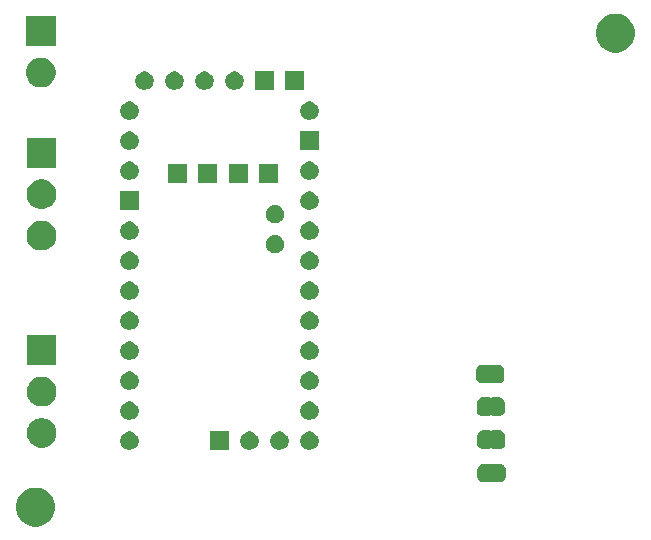
<source format=gbs>
G04 #@! TF.GenerationSoftware,KiCad,Pcbnew,5.1.4-e60b266~84~ubuntu18.04.1*
G04 #@! TF.CreationDate,2019-11-10T18:42:59+01:00*
G04 #@! TF.ProjectId,LoRaModule,4c6f5261-4d6f-4647-956c-652e6b696361,rev?*
G04 #@! TF.SameCoordinates,Original*
G04 #@! TF.FileFunction,Soldermask,Bot*
G04 #@! TF.FilePolarity,Negative*
%FSLAX46Y46*%
G04 Gerber Fmt 4.6, Leading zero omitted, Abs format (unit mm)*
G04 Created by KiCad (PCBNEW 5.1.4-e60b266~84~ubuntu18.04.1) date 2019-11-10 18:42:59*
%MOMM*%
%LPD*%
G04 APERTURE LIST*
%ADD10C,0.100000*%
G04 APERTURE END LIST*
D10*
G36*
X89846756Y-70971798D02*
G01*
X89953079Y-70992947D01*
X90253542Y-71117403D01*
X90523951Y-71298085D01*
X90753915Y-71528049D01*
X90934597Y-71798458D01*
X91059053Y-72098921D01*
X91122500Y-72417891D01*
X91122500Y-72743109D01*
X91059053Y-73062079D01*
X90934597Y-73362542D01*
X90753915Y-73632951D01*
X90523951Y-73862915D01*
X90253542Y-74043597D01*
X89953079Y-74168053D01*
X89846756Y-74189202D01*
X89634111Y-74231500D01*
X89308889Y-74231500D01*
X89096244Y-74189202D01*
X88989921Y-74168053D01*
X88689458Y-74043597D01*
X88419049Y-73862915D01*
X88189085Y-73632951D01*
X88008403Y-73362542D01*
X87883947Y-73062079D01*
X87820500Y-72743109D01*
X87820500Y-72417891D01*
X87883947Y-72098921D01*
X88008403Y-71798458D01*
X88189085Y-71528049D01*
X88419049Y-71298085D01*
X88689458Y-71117403D01*
X88989921Y-70992947D01*
X89096244Y-70971798D01*
X89308889Y-70929500D01*
X89634111Y-70929500D01*
X89846756Y-70971798D01*
X89846756Y-70971798D01*
G37*
G36*
X127941799Y-68897337D02*
G01*
X127951408Y-68900252D01*
X127960272Y-68904990D01*
X127968037Y-68911363D01*
X127978248Y-68923806D01*
X127985178Y-68934175D01*
X128002505Y-68951502D01*
X128022880Y-68965115D01*
X128045520Y-68974491D01*
X128069553Y-68979271D01*
X128094057Y-68979270D01*
X128118090Y-68974488D01*
X128140729Y-68965110D01*
X128161102Y-68951495D01*
X128178429Y-68934168D01*
X128185358Y-68923798D01*
X128195563Y-68911363D01*
X128203328Y-68904990D01*
X128212192Y-68900252D01*
X128221801Y-68897337D01*
X128237940Y-68895748D01*
X128725661Y-68895748D01*
X128743999Y-68897554D01*
X128756250Y-68898156D01*
X128774669Y-68898156D01*
X128796949Y-68900350D01*
X128881033Y-68917076D01*
X128902460Y-68923576D01*
X128981658Y-68956380D01*
X128987103Y-68959291D01*
X128987109Y-68959293D01*
X128995969Y-68964029D01*
X128995973Y-68964032D01*
X129001414Y-68966940D01*
X129072699Y-69014571D01*
X129090004Y-69028772D01*
X129150628Y-69089396D01*
X129164829Y-69106701D01*
X129212460Y-69177986D01*
X129215368Y-69183427D01*
X129215371Y-69183431D01*
X129220107Y-69192291D01*
X129220109Y-69192297D01*
X129223020Y-69197742D01*
X129255824Y-69276940D01*
X129262324Y-69298367D01*
X129279050Y-69382451D01*
X129281244Y-69404731D01*
X129281244Y-69423150D01*
X129281846Y-69435401D01*
X129283652Y-69453739D01*
X129283652Y-69941462D01*
X129281846Y-69959799D01*
X129281244Y-69972050D01*
X129281244Y-69990469D01*
X129279050Y-70012749D01*
X129262324Y-70096833D01*
X129255824Y-70118260D01*
X129223020Y-70197458D01*
X129220109Y-70202903D01*
X129220107Y-70202909D01*
X129215371Y-70211769D01*
X129215368Y-70211773D01*
X129212460Y-70217214D01*
X129164829Y-70288499D01*
X129150628Y-70305804D01*
X129090004Y-70366428D01*
X129072699Y-70380629D01*
X129001414Y-70428260D01*
X128995973Y-70431168D01*
X128995969Y-70431171D01*
X128987109Y-70435907D01*
X128987103Y-70435909D01*
X128981658Y-70438820D01*
X128902460Y-70471624D01*
X128881033Y-70478124D01*
X128796949Y-70494850D01*
X128774669Y-70497044D01*
X128756250Y-70497044D01*
X128743999Y-70497646D01*
X128725662Y-70499452D01*
X128237940Y-70499452D01*
X128221801Y-70497863D01*
X128212192Y-70494948D01*
X128203328Y-70490210D01*
X128195563Y-70483837D01*
X128185352Y-70471394D01*
X128178422Y-70461025D01*
X128161095Y-70443698D01*
X128140720Y-70430085D01*
X128118080Y-70420709D01*
X128094047Y-70415929D01*
X128069543Y-70415930D01*
X128045510Y-70420712D01*
X128022871Y-70430090D01*
X128002498Y-70443705D01*
X127985171Y-70461032D01*
X127978242Y-70471402D01*
X127968037Y-70483837D01*
X127960272Y-70490210D01*
X127951408Y-70494948D01*
X127941799Y-70497863D01*
X127925660Y-70499452D01*
X127437938Y-70499452D01*
X127419601Y-70497646D01*
X127407350Y-70497044D01*
X127388931Y-70497044D01*
X127366651Y-70494850D01*
X127282567Y-70478124D01*
X127261140Y-70471624D01*
X127181942Y-70438820D01*
X127176497Y-70435909D01*
X127176491Y-70435907D01*
X127167631Y-70431171D01*
X127167627Y-70431168D01*
X127162186Y-70428260D01*
X127090901Y-70380629D01*
X127073596Y-70366428D01*
X127012972Y-70305804D01*
X126998771Y-70288499D01*
X126951140Y-70217214D01*
X126948232Y-70211773D01*
X126948229Y-70211769D01*
X126943493Y-70202909D01*
X126943491Y-70202903D01*
X126940580Y-70197458D01*
X126907776Y-70118260D01*
X126901276Y-70096833D01*
X126884550Y-70012749D01*
X126882356Y-69990469D01*
X126882356Y-69972050D01*
X126881754Y-69959799D01*
X126879948Y-69941462D01*
X126879948Y-69453739D01*
X126881754Y-69435401D01*
X126882356Y-69423150D01*
X126882356Y-69404731D01*
X126884550Y-69382451D01*
X126901276Y-69298367D01*
X126907776Y-69276940D01*
X126940580Y-69197742D01*
X126943491Y-69192297D01*
X126943493Y-69192291D01*
X126948229Y-69183431D01*
X126948232Y-69183427D01*
X126951140Y-69177986D01*
X126998771Y-69106701D01*
X127012972Y-69089396D01*
X127073596Y-69028772D01*
X127090901Y-69014571D01*
X127162186Y-68966940D01*
X127167627Y-68964032D01*
X127167631Y-68964029D01*
X127176491Y-68959293D01*
X127176497Y-68959291D01*
X127181942Y-68956380D01*
X127261140Y-68923576D01*
X127282567Y-68917076D01*
X127366651Y-68900350D01*
X127388931Y-68898156D01*
X127407350Y-68898156D01*
X127419601Y-68897554D01*
X127437939Y-68895748D01*
X127925660Y-68895748D01*
X127941799Y-68897337D01*
X127941799Y-68897337D01*
G37*
G36*
X105807700Y-67735800D02*
G01*
X104255700Y-67735800D01*
X104255700Y-66183800D01*
X105807700Y-66183800D01*
X105807700Y-67735800D01*
X105807700Y-67735800D01*
G37*
G36*
X110338048Y-66213620D02*
G01*
X110338050Y-66213621D01*
X110338051Y-66213621D01*
X110479274Y-66272117D01*
X110479277Y-66272119D01*
X110606369Y-66357039D01*
X110714461Y-66465131D01*
X110779889Y-66563051D01*
X110799383Y-66592226D01*
X110857879Y-66733449D01*
X110857880Y-66733452D01*
X110887700Y-66883369D01*
X110887700Y-67036231D01*
X110866485Y-67142889D01*
X110857879Y-67186151D01*
X110799383Y-67327374D01*
X110799381Y-67327377D01*
X110714461Y-67454469D01*
X110606369Y-67562561D01*
X110525633Y-67616507D01*
X110479274Y-67647483D01*
X110338051Y-67705979D01*
X110338050Y-67705979D01*
X110338048Y-67705980D01*
X110188131Y-67735800D01*
X110035269Y-67735800D01*
X109885352Y-67705980D01*
X109885350Y-67705979D01*
X109885349Y-67705979D01*
X109744126Y-67647483D01*
X109697767Y-67616507D01*
X109617031Y-67562561D01*
X109508939Y-67454469D01*
X109424019Y-67327377D01*
X109424017Y-67327374D01*
X109365521Y-67186151D01*
X109356916Y-67142889D01*
X109335700Y-67036231D01*
X109335700Y-66883369D01*
X109365520Y-66733452D01*
X109365521Y-66733449D01*
X109424017Y-66592226D01*
X109443511Y-66563051D01*
X109508939Y-66465131D01*
X109617031Y-66357039D01*
X109744123Y-66272119D01*
X109744126Y-66272117D01*
X109885349Y-66213621D01*
X109885350Y-66213621D01*
X109885352Y-66213620D01*
X110035269Y-66183800D01*
X110188131Y-66183800D01*
X110338048Y-66213620D01*
X110338048Y-66213620D01*
G37*
G36*
X107798048Y-66213620D02*
G01*
X107798050Y-66213621D01*
X107798051Y-66213621D01*
X107939274Y-66272117D01*
X107939277Y-66272119D01*
X108066369Y-66357039D01*
X108174461Y-66465131D01*
X108239889Y-66563051D01*
X108259383Y-66592226D01*
X108317879Y-66733449D01*
X108317880Y-66733452D01*
X108347700Y-66883369D01*
X108347700Y-67036231D01*
X108326485Y-67142889D01*
X108317879Y-67186151D01*
X108259383Y-67327374D01*
X108259381Y-67327377D01*
X108174461Y-67454469D01*
X108066369Y-67562561D01*
X107985633Y-67616507D01*
X107939274Y-67647483D01*
X107798051Y-67705979D01*
X107798050Y-67705979D01*
X107798048Y-67705980D01*
X107648131Y-67735800D01*
X107495269Y-67735800D01*
X107345352Y-67705980D01*
X107345350Y-67705979D01*
X107345349Y-67705979D01*
X107204126Y-67647483D01*
X107157767Y-67616507D01*
X107077031Y-67562561D01*
X106968939Y-67454469D01*
X106884019Y-67327377D01*
X106884017Y-67327374D01*
X106825521Y-67186151D01*
X106816916Y-67142889D01*
X106795700Y-67036231D01*
X106795700Y-66883369D01*
X106825520Y-66733452D01*
X106825521Y-66733449D01*
X106884017Y-66592226D01*
X106903511Y-66563051D01*
X106968939Y-66465131D01*
X107077031Y-66357039D01*
X107204123Y-66272119D01*
X107204126Y-66272117D01*
X107345349Y-66213621D01*
X107345350Y-66213621D01*
X107345352Y-66213620D01*
X107495269Y-66183800D01*
X107648131Y-66183800D01*
X107798048Y-66213620D01*
X107798048Y-66213620D01*
G37*
G36*
X112878048Y-66213620D02*
G01*
X112878050Y-66213621D01*
X112878051Y-66213621D01*
X113019274Y-66272117D01*
X113019277Y-66272119D01*
X113146369Y-66357039D01*
X113254461Y-66465131D01*
X113319889Y-66563051D01*
X113339383Y-66592226D01*
X113397879Y-66733449D01*
X113397880Y-66733452D01*
X113427700Y-66883369D01*
X113427700Y-67036231D01*
X113406485Y-67142889D01*
X113397879Y-67186151D01*
X113339383Y-67327374D01*
X113339381Y-67327377D01*
X113254461Y-67454469D01*
X113146369Y-67562561D01*
X113065633Y-67616507D01*
X113019274Y-67647483D01*
X112878051Y-67705979D01*
X112878050Y-67705979D01*
X112878048Y-67705980D01*
X112728131Y-67735800D01*
X112575269Y-67735800D01*
X112425352Y-67705980D01*
X112425350Y-67705979D01*
X112425349Y-67705979D01*
X112284126Y-67647483D01*
X112237767Y-67616507D01*
X112157031Y-67562561D01*
X112048939Y-67454469D01*
X111964019Y-67327377D01*
X111964017Y-67327374D01*
X111905521Y-67186151D01*
X111896916Y-67142889D01*
X111875700Y-67036231D01*
X111875700Y-66883369D01*
X111905520Y-66733452D01*
X111905521Y-66733449D01*
X111964017Y-66592226D01*
X111983511Y-66563051D01*
X112048939Y-66465131D01*
X112157031Y-66357039D01*
X112284123Y-66272119D01*
X112284126Y-66272117D01*
X112425349Y-66213621D01*
X112425350Y-66213621D01*
X112425352Y-66213620D01*
X112575269Y-66183800D01*
X112728131Y-66183800D01*
X112878048Y-66213620D01*
X112878048Y-66213620D01*
G37*
G36*
X97638048Y-66213620D02*
G01*
X97638050Y-66213621D01*
X97638051Y-66213621D01*
X97779274Y-66272117D01*
X97779277Y-66272119D01*
X97906369Y-66357039D01*
X98014461Y-66465131D01*
X98079889Y-66563051D01*
X98099383Y-66592226D01*
X98157879Y-66733449D01*
X98157880Y-66733452D01*
X98187700Y-66883369D01*
X98187700Y-67036231D01*
X98166485Y-67142889D01*
X98157879Y-67186151D01*
X98099383Y-67327374D01*
X98099381Y-67327377D01*
X98014461Y-67454469D01*
X97906369Y-67562561D01*
X97825633Y-67616507D01*
X97779274Y-67647483D01*
X97638051Y-67705979D01*
X97638050Y-67705979D01*
X97638048Y-67705980D01*
X97488131Y-67735800D01*
X97335269Y-67735800D01*
X97185352Y-67705980D01*
X97185350Y-67705979D01*
X97185349Y-67705979D01*
X97044126Y-67647483D01*
X96997767Y-67616507D01*
X96917031Y-67562561D01*
X96808939Y-67454469D01*
X96724019Y-67327377D01*
X96724017Y-67327374D01*
X96665521Y-67186151D01*
X96656916Y-67142889D01*
X96635700Y-67036231D01*
X96635700Y-66883369D01*
X96665520Y-66733452D01*
X96665521Y-66733449D01*
X96724017Y-66592226D01*
X96743511Y-66563051D01*
X96808939Y-66465131D01*
X96917031Y-66357039D01*
X97044123Y-66272119D01*
X97044126Y-66272117D01*
X97185349Y-66213621D01*
X97185350Y-66213621D01*
X97185352Y-66213620D01*
X97335269Y-66183800D01*
X97488131Y-66183800D01*
X97638048Y-66213620D01*
X97638048Y-66213620D01*
G37*
G36*
X127901399Y-66077937D02*
G01*
X127911008Y-66080852D01*
X127919872Y-66085590D01*
X127927637Y-66091963D01*
X127937848Y-66104406D01*
X127944778Y-66114775D01*
X127962105Y-66132102D01*
X127982480Y-66145715D01*
X128005120Y-66155091D01*
X128029153Y-66159871D01*
X128053657Y-66159870D01*
X128077690Y-66155088D01*
X128100329Y-66145710D01*
X128120702Y-66132095D01*
X128138029Y-66114768D01*
X128144958Y-66104398D01*
X128155163Y-66091963D01*
X128162928Y-66085590D01*
X128171792Y-66080852D01*
X128181401Y-66077937D01*
X128197540Y-66076348D01*
X128685261Y-66076348D01*
X128703599Y-66078154D01*
X128715850Y-66078756D01*
X128734269Y-66078756D01*
X128756549Y-66080950D01*
X128840633Y-66097676D01*
X128862060Y-66104176D01*
X128941258Y-66136980D01*
X128946703Y-66139891D01*
X128946709Y-66139893D01*
X128955569Y-66144629D01*
X128955573Y-66144632D01*
X128961014Y-66147540D01*
X129032299Y-66195171D01*
X129049604Y-66209372D01*
X129110228Y-66269996D01*
X129124429Y-66287301D01*
X129172060Y-66358586D01*
X129174968Y-66364027D01*
X129174971Y-66364031D01*
X129179707Y-66372891D01*
X129179709Y-66372897D01*
X129182620Y-66378342D01*
X129215424Y-66457540D01*
X129221924Y-66478967D01*
X129238650Y-66563051D01*
X129240844Y-66585331D01*
X129240844Y-66603750D01*
X129241446Y-66616001D01*
X129243252Y-66634339D01*
X129243252Y-67122062D01*
X129241446Y-67140399D01*
X129240844Y-67152650D01*
X129240844Y-67171069D01*
X129238650Y-67193349D01*
X129221924Y-67277433D01*
X129215424Y-67298860D01*
X129182620Y-67378058D01*
X129179709Y-67383503D01*
X129179707Y-67383509D01*
X129174971Y-67392369D01*
X129174968Y-67392373D01*
X129172060Y-67397814D01*
X129124429Y-67469099D01*
X129110228Y-67486404D01*
X129049604Y-67547028D01*
X129032299Y-67561229D01*
X128961014Y-67608860D01*
X128955573Y-67611768D01*
X128955569Y-67611771D01*
X128946709Y-67616507D01*
X128946703Y-67616509D01*
X128941258Y-67619420D01*
X128862060Y-67652224D01*
X128840633Y-67658724D01*
X128756549Y-67675450D01*
X128734269Y-67677644D01*
X128715850Y-67677644D01*
X128703599Y-67678246D01*
X128685262Y-67680052D01*
X128197540Y-67680052D01*
X128181401Y-67678463D01*
X128171792Y-67675548D01*
X128162928Y-67670810D01*
X128155163Y-67664437D01*
X128144952Y-67651994D01*
X128138022Y-67641625D01*
X128120695Y-67624298D01*
X128100320Y-67610685D01*
X128077680Y-67601309D01*
X128053647Y-67596529D01*
X128029143Y-67596530D01*
X128005110Y-67601312D01*
X127982471Y-67610690D01*
X127962098Y-67624305D01*
X127944771Y-67641632D01*
X127937842Y-67652002D01*
X127927637Y-67664437D01*
X127919872Y-67670810D01*
X127911008Y-67675548D01*
X127901399Y-67678463D01*
X127885260Y-67680052D01*
X127397538Y-67680052D01*
X127379201Y-67678246D01*
X127366950Y-67677644D01*
X127348531Y-67677644D01*
X127326251Y-67675450D01*
X127242167Y-67658724D01*
X127220740Y-67652224D01*
X127141542Y-67619420D01*
X127136097Y-67616509D01*
X127136091Y-67616507D01*
X127127231Y-67611771D01*
X127127227Y-67611768D01*
X127121786Y-67608860D01*
X127050501Y-67561229D01*
X127033196Y-67547028D01*
X126972572Y-67486404D01*
X126958371Y-67469099D01*
X126910740Y-67397814D01*
X126907832Y-67392373D01*
X126907829Y-67392369D01*
X126903093Y-67383509D01*
X126903091Y-67383503D01*
X126900180Y-67378058D01*
X126867376Y-67298860D01*
X126860876Y-67277433D01*
X126844150Y-67193349D01*
X126841956Y-67171069D01*
X126841956Y-67152650D01*
X126841354Y-67140399D01*
X126839548Y-67122062D01*
X126839548Y-66634339D01*
X126841354Y-66616001D01*
X126841956Y-66603750D01*
X126841956Y-66585331D01*
X126844150Y-66563051D01*
X126860876Y-66478967D01*
X126867376Y-66457540D01*
X126900180Y-66378342D01*
X126903091Y-66372897D01*
X126903093Y-66372891D01*
X126907829Y-66364031D01*
X126907832Y-66364027D01*
X126910740Y-66358586D01*
X126958371Y-66287301D01*
X126972572Y-66269996D01*
X127033196Y-66209372D01*
X127050501Y-66195171D01*
X127121786Y-66147540D01*
X127127227Y-66144632D01*
X127127231Y-66144629D01*
X127136091Y-66139893D01*
X127136097Y-66139891D01*
X127141542Y-66136980D01*
X127220740Y-66104176D01*
X127242167Y-66097676D01*
X127326251Y-66080950D01*
X127348531Y-66078756D01*
X127366950Y-66078756D01*
X127379201Y-66078154D01*
X127397539Y-66076348D01*
X127885260Y-66076348D01*
X127901399Y-66077937D01*
X127901399Y-66077937D01*
G37*
G36*
X90344403Y-65098575D02*
G01*
X90507134Y-65165980D01*
X90572071Y-65192878D01*
X90776966Y-65329785D01*
X90951215Y-65504034D01*
X90951216Y-65504036D01*
X91088123Y-65708931D01*
X91182425Y-65936597D01*
X91230500Y-66178286D01*
X91230500Y-66424714D01*
X91198551Y-66585331D01*
X91182425Y-66666403D01*
X91088122Y-66894071D01*
X90951215Y-67098966D01*
X90776966Y-67273215D01*
X90572071Y-67410122D01*
X90572070Y-67410123D01*
X90572069Y-67410123D01*
X90344403Y-67504425D01*
X90102714Y-67552500D01*
X89856286Y-67552500D01*
X89614597Y-67504425D01*
X89386931Y-67410123D01*
X89386930Y-67410123D01*
X89386929Y-67410122D01*
X89182034Y-67273215D01*
X89007785Y-67098966D01*
X88870878Y-66894071D01*
X88776575Y-66666403D01*
X88760449Y-66585331D01*
X88728500Y-66424714D01*
X88728500Y-66178286D01*
X88776575Y-65936597D01*
X88870877Y-65708931D01*
X89007784Y-65504036D01*
X89007785Y-65504034D01*
X89182034Y-65329785D01*
X89386929Y-65192878D01*
X89451867Y-65165980D01*
X89614597Y-65098575D01*
X89856286Y-65050500D01*
X90102714Y-65050500D01*
X90344403Y-65098575D01*
X90344403Y-65098575D01*
G37*
G36*
X97638048Y-63673620D02*
G01*
X97638050Y-63673621D01*
X97638051Y-63673621D01*
X97779274Y-63732117D01*
X97779277Y-63732119D01*
X97906369Y-63817039D01*
X98014461Y-63925131D01*
X98067443Y-64004425D01*
X98099383Y-64052226D01*
X98099496Y-64052500D01*
X98157880Y-64193452D01*
X98187700Y-64343369D01*
X98187700Y-64496231D01*
X98166301Y-64603814D01*
X98157879Y-64646151D01*
X98099383Y-64787374D01*
X98099381Y-64787377D01*
X98014461Y-64914469D01*
X97906369Y-65022561D01*
X97864555Y-65050500D01*
X97779274Y-65107483D01*
X97638051Y-65165979D01*
X97638050Y-65165979D01*
X97638048Y-65165980D01*
X97488131Y-65195800D01*
X97335269Y-65195800D01*
X97185352Y-65165980D01*
X97185350Y-65165979D01*
X97185349Y-65165979D01*
X97044126Y-65107483D01*
X96958845Y-65050500D01*
X96917031Y-65022561D01*
X96808939Y-64914469D01*
X96724019Y-64787377D01*
X96724017Y-64787374D01*
X96665521Y-64646151D01*
X96657100Y-64603814D01*
X96635700Y-64496231D01*
X96635700Y-64343369D01*
X96665520Y-64193452D01*
X96723904Y-64052500D01*
X96724017Y-64052226D01*
X96755957Y-64004425D01*
X96808939Y-63925131D01*
X96917031Y-63817039D01*
X97044123Y-63732119D01*
X97044126Y-63732117D01*
X97185349Y-63673621D01*
X97185350Y-63673621D01*
X97185352Y-63673620D01*
X97335269Y-63643800D01*
X97488131Y-63643800D01*
X97638048Y-63673620D01*
X97638048Y-63673620D01*
G37*
G36*
X112878048Y-63673620D02*
G01*
X112878050Y-63673621D01*
X112878051Y-63673621D01*
X113019274Y-63732117D01*
X113019277Y-63732119D01*
X113146369Y-63817039D01*
X113254461Y-63925131D01*
X113307443Y-64004425D01*
X113339383Y-64052226D01*
X113339496Y-64052500D01*
X113397880Y-64193452D01*
X113427700Y-64343369D01*
X113427700Y-64496231D01*
X113406301Y-64603814D01*
X113397879Y-64646151D01*
X113339383Y-64787374D01*
X113339381Y-64787377D01*
X113254461Y-64914469D01*
X113146369Y-65022561D01*
X113104555Y-65050500D01*
X113019274Y-65107483D01*
X112878051Y-65165979D01*
X112878050Y-65165979D01*
X112878048Y-65165980D01*
X112728131Y-65195800D01*
X112575269Y-65195800D01*
X112425352Y-65165980D01*
X112425350Y-65165979D01*
X112425349Y-65165979D01*
X112284126Y-65107483D01*
X112198845Y-65050500D01*
X112157031Y-65022561D01*
X112048939Y-64914469D01*
X111964019Y-64787377D01*
X111964017Y-64787374D01*
X111905521Y-64646151D01*
X111897100Y-64603814D01*
X111875700Y-64496231D01*
X111875700Y-64343369D01*
X111905520Y-64193452D01*
X111963904Y-64052500D01*
X111964017Y-64052226D01*
X111995957Y-64004425D01*
X112048939Y-63925131D01*
X112157031Y-63817039D01*
X112284123Y-63732119D01*
X112284126Y-63732117D01*
X112425349Y-63673621D01*
X112425350Y-63673621D01*
X112425352Y-63673620D01*
X112575269Y-63643800D01*
X112728131Y-63643800D01*
X112878048Y-63673620D01*
X112878048Y-63673620D01*
G37*
G36*
X127875999Y-63283937D02*
G01*
X127885608Y-63286852D01*
X127894472Y-63291590D01*
X127902237Y-63297963D01*
X127912448Y-63310406D01*
X127919378Y-63320775D01*
X127936705Y-63338102D01*
X127957080Y-63351715D01*
X127979720Y-63361091D01*
X128003753Y-63365871D01*
X128028257Y-63365870D01*
X128052290Y-63361088D01*
X128074929Y-63351710D01*
X128095302Y-63338095D01*
X128112629Y-63320768D01*
X128119558Y-63310398D01*
X128129763Y-63297963D01*
X128137528Y-63291590D01*
X128146392Y-63286852D01*
X128156001Y-63283937D01*
X128172140Y-63282348D01*
X128659861Y-63282348D01*
X128678199Y-63284154D01*
X128690450Y-63284756D01*
X128708869Y-63284756D01*
X128731149Y-63286950D01*
X128815233Y-63303676D01*
X128836660Y-63310176D01*
X128915858Y-63342980D01*
X128921303Y-63345891D01*
X128921309Y-63345893D01*
X128930169Y-63350629D01*
X128930173Y-63350632D01*
X128935614Y-63353540D01*
X129006899Y-63401171D01*
X129024204Y-63415372D01*
X129084828Y-63475996D01*
X129099029Y-63493301D01*
X129146660Y-63564586D01*
X129149568Y-63570027D01*
X129149571Y-63570031D01*
X129154307Y-63578891D01*
X129154309Y-63578897D01*
X129157220Y-63584342D01*
X129190024Y-63663540D01*
X129196524Y-63684967D01*
X129213250Y-63769051D01*
X129215444Y-63791331D01*
X129215444Y-63809750D01*
X129216046Y-63822001D01*
X129217852Y-63840339D01*
X129217852Y-64328062D01*
X129216046Y-64346399D01*
X129215444Y-64358650D01*
X129215444Y-64377069D01*
X129213250Y-64399349D01*
X129196524Y-64483433D01*
X129190024Y-64504860D01*
X129157220Y-64584058D01*
X129154309Y-64589503D01*
X129154307Y-64589509D01*
X129149571Y-64598369D01*
X129149568Y-64598373D01*
X129146660Y-64603814D01*
X129099029Y-64675099D01*
X129084828Y-64692404D01*
X129024204Y-64753028D01*
X129006899Y-64767229D01*
X128935614Y-64814860D01*
X128930173Y-64817768D01*
X128930169Y-64817771D01*
X128921309Y-64822507D01*
X128921303Y-64822509D01*
X128915858Y-64825420D01*
X128836660Y-64858224D01*
X128815233Y-64864724D01*
X128731149Y-64881450D01*
X128708869Y-64883644D01*
X128690450Y-64883644D01*
X128678199Y-64884246D01*
X128659862Y-64886052D01*
X128172140Y-64886052D01*
X128156001Y-64884463D01*
X128146392Y-64881548D01*
X128137528Y-64876810D01*
X128129763Y-64870437D01*
X128119552Y-64857994D01*
X128112622Y-64847625D01*
X128095295Y-64830298D01*
X128074920Y-64816685D01*
X128052280Y-64807309D01*
X128028247Y-64802529D01*
X128003743Y-64802530D01*
X127979710Y-64807312D01*
X127957071Y-64816690D01*
X127936698Y-64830305D01*
X127919371Y-64847632D01*
X127912442Y-64858002D01*
X127902237Y-64870437D01*
X127894472Y-64876810D01*
X127885608Y-64881548D01*
X127875999Y-64884463D01*
X127859860Y-64886052D01*
X127372138Y-64886052D01*
X127353801Y-64884246D01*
X127341550Y-64883644D01*
X127323131Y-64883644D01*
X127300851Y-64881450D01*
X127216767Y-64864724D01*
X127195340Y-64858224D01*
X127116142Y-64825420D01*
X127110697Y-64822509D01*
X127110691Y-64822507D01*
X127101831Y-64817771D01*
X127101827Y-64817768D01*
X127096386Y-64814860D01*
X127025101Y-64767229D01*
X127007796Y-64753028D01*
X126947172Y-64692404D01*
X126932971Y-64675099D01*
X126885340Y-64603814D01*
X126882432Y-64598373D01*
X126882429Y-64598369D01*
X126877693Y-64589509D01*
X126877691Y-64589503D01*
X126874780Y-64584058D01*
X126841976Y-64504860D01*
X126835476Y-64483433D01*
X126818750Y-64399349D01*
X126816556Y-64377069D01*
X126816556Y-64358650D01*
X126815954Y-64346399D01*
X126814148Y-64328062D01*
X126814148Y-63840339D01*
X126815954Y-63822001D01*
X126816556Y-63809750D01*
X126816556Y-63791331D01*
X126818750Y-63769051D01*
X126835476Y-63684967D01*
X126841976Y-63663540D01*
X126874780Y-63584342D01*
X126877691Y-63578897D01*
X126877693Y-63578891D01*
X126882429Y-63570031D01*
X126882432Y-63570027D01*
X126885340Y-63564586D01*
X126932971Y-63493301D01*
X126947172Y-63475996D01*
X127007796Y-63415372D01*
X127025101Y-63401171D01*
X127096386Y-63353540D01*
X127101827Y-63350632D01*
X127101831Y-63350629D01*
X127110691Y-63345893D01*
X127110697Y-63345891D01*
X127116142Y-63342980D01*
X127195340Y-63310176D01*
X127216767Y-63303676D01*
X127300851Y-63286950D01*
X127323131Y-63284756D01*
X127341550Y-63284756D01*
X127353801Y-63284154D01*
X127372139Y-63282348D01*
X127859860Y-63282348D01*
X127875999Y-63283937D01*
X127875999Y-63283937D01*
G37*
G36*
X90228890Y-61575598D02*
G01*
X90344403Y-61598575D01*
X90572071Y-61692878D01*
X90776966Y-61829785D01*
X90951215Y-62004034D01*
X91088122Y-62208929D01*
X91088123Y-62208931D01*
X91182425Y-62436597D01*
X91230500Y-62678286D01*
X91230500Y-62924714D01*
X91182425Y-63166403D01*
X91104911Y-63353540D01*
X91088122Y-63394071D01*
X90951215Y-63598966D01*
X90776966Y-63773215D01*
X90572071Y-63910122D01*
X90572070Y-63910123D01*
X90572069Y-63910123D01*
X90344403Y-64004425D01*
X90102714Y-64052500D01*
X89856286Y-64052500D01*
X89614597Y-64004425D01*
X89386931Y-63910123D01*
X89386930Y-63910123D01*
X89386929Y-63910122D01*
X89182034Y-63773215D01*
X89007785Y-63598966D01*
X88870878Y-63394071D01*
X88854090Y-63353540D01*
X88776575Y-63166403D01*
X88728500Y-62924714D01*
X88728500Y-62678286D01*
X88776575Y-62436597D01*
X88870877Y-62208931D01*
X88870878Y-62208929D01*
X89007785Y-62004034D01*
X89182034Y-61829785D01*
X89386929Y-61692878D01*
X89614597Y-61598575D01*
X89730110Y-61575598D01*
X89856286Y-61550500D01*
X90102714Y-61550500D01*
X90228890Y-61575598D01*
X90228890Y-61575598D01*
G37*
G36*
X112878048Y-61133620D02*
G01*
X112878050Y-61133621D01*
X112878051Y-61133621D01*
X113019274Y-61192117D01*
X113019277Y-61192119D01*
X113146369Y-61277039D01*
X113254461Y-61385131D01*
X113339381Y-61512223D01*
X113339383Y-61512226D01*
X113381791Y-61614609D01*
X113397880Y-61653452D01*
X113427700Y-61803369D01*
X113427700Y-61956231D01*
X113398738Y-62101837D01*
X113397879Y-62106151D01*
X113339383Y-62247374D01*
X113339381Y-62247377D01*
X113254461Y-62374469D01*
X113146369Y-62482561D01*
X113019277Y-62567481D01*
X113019274Y-62567483D01*
X112878051Y-62625979D01*
X112878050Y-62625979D01*
X112878048Y-62625980D01*
X112728131Y-62655800D01*
X112575269Y-62655800D01*
X112425352Y-62625980D01*
X112425350Y-62625979D01*
X112425349Y-62625979D01*
X112284126Y-62567483D01*
X112284123Y-62567481D01*
X112157031Y-62482561D01*
X112048939Y-62374469D01*
X111964019Y-62247377D01*
X111964017Y-62247374D01*
X111905521Y-62106151D01*
X111904663Y-62101837D01*
X111875700Y-61956231D01*
X111875700Y-61803369D01*
X111905520Y-61653452D01*
X111921609Y-61614609D01*
X111964017Y-61512226D01*
X111964019Y-61512223D01*
X112048939Y-61385131D01*
X112157031Y-61277039D01*
X112284123Y-61192119D01*
X112284126Y-61192117D01*
X112425349Y-61133621D01*
X112425350Y-61133621D01*
X112425352Y-61133620D01*
X112575269Y-61103800D01*
X112728131Y-61103800D01*
X112878048Y-61133620D01*
X112878048Y-61133620D01*
G37*
G36*
X97638048Y-61133620D02*
G01*
X97638050Y-61133621D01*
X97638051Y-61133621D01*
X97779274Y-61192117D01*
X97779277Y-61192119D01*
X97906369Y-61277039D01*
X98014461Y-61385131D01*
X98099381Y-61512223D01*
X98099383Y-61512226D01*
X98141791Y-61614609D01*
X98157880Y-61653452D01*
X98187700Y-61803369D01*
X98187700Y-61956231D01*
X98158738Y-62101837D01*
X98157879Y-62106151D01*
X98099383Y-62247374D01*
X98099381Y-62247377D01*
X98014461Y-62374469D01*
X97906369Y-62482561D01*
X97779277Y-62567481D01*
X97779274Y-62567483D01*
X97638051Y-62625979D01*
X97638050Y-62625979D01*
X97638048Y-62625980D01*
X97488131Y-62655800D01*
X97335269Y-62655800D01*
X97185352Y-62625980D01*
X97185350Y-62625979D01*
X97185349Y-62625979D01*
X97044126Y-62567483D01*
X97044123Y-62567481D01*
X96917031Y-62482561D01*
X96808939Y-62374469D01*
X96724019Y-62247377D01*
X96724017Y-62247374D01*
X96665521Y-62106151D01*
X96664663Y-62101837D01*
X96635700Y-61956231D01*
X96635700Y-61803369D01*
X96665520Y-61653452D01*
X96681609Y-61614609D01*
X96724017Y-61512226D01*
X96724019Y-61512223D01*
X96808939Y-61385131D01*
X96917031Y-61277039D01*
X97044123Y-61192119D01*
X97044126Y-61192117D01*
X97185349Y-61133621D01*
X97185350Y-61133621D01*
X97185352Y-61133620D01*
X97335269Y-61103800D01*
X97488131Y-61103800D01*
X97638048Y-61133620D01*
X97638048Y-61133620D01*
G37*
G36*
X127825199Y-60515337D02*
G01*
X127834808Y-60518252D01*
X127843672Y-60522990D01*
X127851437Y-60529363D01*
X127861648Y-60541806D01*
X127868578Y-60552175D01*
X127885905Y-60569502D01*
X127906280Y-60583115D01*
X127928920Y-60592491D01*
X127952953Y-60597271D01*
X127977457Y-60597270D01*
X128001490Y-60592488D01*
X128024129Y-60583110D01*
X128044502Y-60569495D01*
X128061829Y-60552168D01*
X128068758Y-60541798D01*
X128078963Y-60529363D01*
X128086728Y-60522990D01*
X128095592Y-60518252D01*
X128105201Y-60515337D01*
X128121340Y-60513748D01*
X128609061Y-60513748D01*
X128627399Y-60515554D01*
X128639650Y-60516156D01*
X128658069Y-60516156D01*
X128680349Y-60518350D01*
X128764433Y-60535076D01*
X128785860Y-60541576D01*
X128865058Y-60574380D01*
X128870503Y-60577291D01*
X128870509Y-60577293D01*
X128879369Y-60582029D01*
X128879373Y-60582032D01*
X128884814Y-60584940D01*
X128956099Y-60632571D01*
X128973404Y-60646772D01*
X129034028Y-60707396D01*
X129048229Y-60724701D01*
X129095860Y-60795986D01*
X129098768Y-60801427D01*
X129098771Y-60801431D01*
X129103507Y-60810291D01*
X129103509Y-60810297D01*
X129106420Y-60815742D01*
X129139224Y-60894940D01*
X129145724Y-60916367D01*
X129162450Y-61000451D01*
X129164644Y-61022731D01*
X129164644Y-61041150D01*
X129165246Y-61053401D01*
X129167052Y-61071739D01*
X129167052Y-61559462D01*
X129165246Y-61577799D01*
X129164644Y-61590050D01*
X129164644Y-61608469D01*
X129162450Y-61630749D01*
X129145724Y-61714833D01*
X129139224Y-61736260D01*
X129106420Y-61815458D01*
X129103509Y-61820903D01*
X129103507Y-61820909D01*
X129098771Y-61829769D01*
X129098768Y-61829773D01*
X129095860Y-61835214D01*
X129048229Y-61906499D01*
X129034028Y-61923804D01*
X128973404Y-61984428D01*
X128956099Y-61998629D01*
X128884814Y-62046260D01*
X128879373Y-62049168D01*
X128879369Y-62049171D01*
X128870509Y-62053907D01*
X128870503Y-62053909D01*
X128865058Y-62056820D01*
X128785860Y-62089624D01*
X128764433Y-62096124D01*
X128680349Y-62112850D01*
X128658069Y-62115044D01*
X128639650Y-62115044D01*
X128627399Y-62115646D01*
X128609062Y-62117452D01*
X128121340Y-62117452D01*
X128105201Y-62115863D01*
X128095592Y-62112948D01*
X128086728Y-62108210D01*
X128078963Y-62101837D01*
X128068752Y-62089394D01*
X128061822Y-62079025D01*
X128044495Y-62061698D01*
X128024120Y-62048085D01*
X128001480Y-62038709D01*
X127977447Y-62033929D01*
X127952943Y-62033930D01*
X127928910Y-62038712D01*
X127906271Y-62048090D01*
X127885898Y-62061705D01*
X127868571Y-62079032D01*
X127861642Y-62089402D01*
X127851437Y-62101837D01*
X127843672Y-62108210D01*
X127834808Y-62112948D01*
X127825199Y-62115863D01*
X127809060Y-62117452D01*
X127321338Y-62117452D01*
X127303001Y-62115646D01*
X127290750Y-62115044D01*
X127272331Y-62115044D01*
X127250051Y-62112850D01*
X127165967Y-62096124D01*
X127144540Y-62089624D01*
X127065342Y-62056820D01*
X127059897Y-62053909D01*
X127059891Y-62053907D01*
X127051031Y-62049171D01*
X127051027Y-62049168D01*
X127045586Y-62046260D01*
X126974301Y-61998629D01*
X126956996Y-61984428D01*
X126896372Y-61923804D01*
X126882171Y-61906499D01*
X126834540Y-61835214D01*
X126831632Y-61829773D01*
X126831629Y-61829769D01*
X126826893Y-61820909D01*
X126826891Y-61820903D01*
X126823980Y-61815458D01*
X126791176Y-61736260D01*
X126784676Y-61714833D01*
X126767950Y-61630749D01*
X126765756Y-61608469D01*
X126765756Y-61590050D01*
X126765154Y-61577799D01*
X126763348Y-61559462D01*
X126763348Y-61071739D01*
X126765154Y-61053401D01*
X126765756Y-61041150D01*
X126765756Y-61022731D01*
X126767950Y-61000451D01*
X126784676Y-60916367D01*
X126791176Y-60894940D01*
X126823980Y-60815742D01*
X126826891Y-60810297D01*
X126826893Y-60810291D01*
X126831629Y-60801431D01*
X126831632Y-60801427D01*
X126834540Y-60795986D01*
X126882171Y-60724701D01*
X126896372Y-60707396D01*
X126956996Y-60646772D01*
X126974301Y-60632571D01*
X127045586Y-60584940D01*
X127051027Y-60582032D01*
X127051031Y-60582029D01*
X127059891Y-60577293D01*
X127059897Y-60577291D01*
X127065342Y-60574380D01*
X127144540Y-60541576D01*
X127165967Y-60535076D01*
X127250051Y-60518350D01*
X127272331Y-60516156D01*
X127290750Y-60516156D01*
X127303001Y-60515554D01*
X127321339Y-60513748D01*
X127809060Y-60513748D01*
X127825199Y-60515337D01*
X127825199Y-60515337D01*
G37*
G36*
X91230500Y-60552500D02*
G01*
X88728500Y-60552500D01*
X88728500Y-58050500D01*
X91230500Y-58050500D01*
X91230500Y-60552500D01*
X91230500Y-60552500D01*
G37*
G36*
X97638048Y-58593620D02*
G01*
X97638050Y-58593621D01*
X97638051Y-58593621D01*
X97779274Y-58652117D01*
X97779277Y-58652119D01*
X97906369Y-58737039D01*
X98014461Y-58845131D01*
X98099381Y-58972223D01*
X98099383Y-58972226D01*
X98157879Y-59113449D01*
X98187700Y-59263371D01*
X98187700Y-59416229D01*
X98157879Y-59566151D01*
X98099383Y-59707374D01*
X98099381Y-59707377D01*
X98014461Y-59834469D01*
X97906369Y-59942561D01*
X97779277Y-60027481D01*
X97779274Y-60027483D01*
X97638051Y-60085979D01*
X97638050Y-60085979D01*
X97638048Y-60085980D01*
X97488131Y-60115800D01*
X97335269Y-60115800D01*
X97185352Y-60085980D01*
X97185350Y-60085979D01*
X97185349Y-60085979D01*
X97044126Y-60027483D01*
X97044123Y-60027481D01*
X96917031Y-59942561D01*
X96808939Y-59834469D01*
X96724019Y-59707377D01*
X96724017Y-59707374D01*
X96665521Y-59566151D01*
X96635700Y-59416229D01*
X96635700Y-59263371D01*
X96665521Y-59113449D01*
X96724017Y-58972226D01*
X96724019Y-58972223D01*
X96808939Y-58845131D01*
X96917031Y-58737039D01*
X97044123Y-58652119D01*
X97044126Y-58652117D01*
X97185349Y-58593621D01*
X97185350Y-58593621D01*
X97185352Y-58593620D01*
X97335269Y-58563800D01*
X97488131Y-58563800D01*
X97638048Y-58593620D01*
X97638048Y-58593620D01*
G37*
G36*
X112878048Y-58593620D02*
G01*
X112878050Y-58593621D01*
X112878051Y-58593621D01*
X113019274Y-58652117D01*
X113019277Y-58652119D01*
X113146369Y-58737039D01*
X113254461Y-58845131D01*
X113339381Y-58972223D01*
X113339383Y-58972226D01*
X113397879Y-59113449D01*
X113427700Y-59263371D01*
X113427700Y-59416229D01*
X113397879Y-59566151D01*
X113339383Y-59707374D01*
X113339381Y-59707377D01*
X113254461Y-59834469D01*
X113146369Y-59942561D01*
X113019277Y-60027481D01*
X113019274Y-60027483D01*
X112878051Y-60085979D01*
X112878050Y-60085979D01*
X112878048Y-60085980D01*
X112728131Y-60115800D01*
X112575269Y-60115800D01*
X112425352Y-60085980D01*
X112425350Y-60085979D01*
X112425349Y-60085979D01*
X112284126Y-60027483D01*
X112284123Y-60027481D01*
X112157031Y-59942561D01*
X112048939Y-59834469D01*
X111964019Y-59707377D01*
X111964017Y-59707374D01*
X111905521Y-59566151D01*
X111875700Y-59416229D01*
X111875700Y-59263371D01*
X111905521Y-59113449D01*
X111964017Y-58972226D01*
X111964019Y-58972223D01*
X112048939Y-58845131D01*
X112157031Y-58737039D01*
X112284123Y-58652119D01*
X112284126Y-58652117D01*
X112425349Y-58593621D01*
X112425350Y-58593621D01*
X112425352Y-58593620D01*
X112575269Y-58563800D01*
X112728131Y-58563800D01*
X112878048Y-58593620D01*
X112878048Y-58593620D01*
G37*
G36*
X97638048Y-56053620D02*
G01*
X97638050Y-56053621D01*
X97638051Y-56053621D01*
X97779274Y-56112117D01*
X97779277Y-56112119D01*
X97906369Y-56197039D01*
X98014461Y-56305131D01*
X98099381Y-56432223D01*
X98099383Y-56432226D01*
X98157879Y-56573449D01*
X98187700Y-56723371D01*
X98187700Y-56876229D01*
X98157879Y-57026151D01*
X98099383Y-57167374D01*
X98099381Y-57167377D01*
X98014461Y-57294469D01*
X97906369Y-57402561D01*
X97779277Y-57487481D01*
X97779274Y-57487483D01*
X97638051Y-57545979D01*
X97638050Y-57545979D01*
X97638048Y-57545980D01*
X97488131Y-57575800D01*
X97335269Y-57575800D01*
X97185352Y-57545980D01*
X97185350Y-57545979D01*
X97185349Y-57545979D01*
X97044126Y-57487483D01*
X97044123Y-57487481D01*
X96917031Y-57402561D01*
X96808939Y-57294469D01*
X96724019Y-57167377D01*
X96724017Y-57167374D01*
X96665521Y-57026151D01*
X96635700Y-56876229D01*
X96635700Y-56723371D01*
X96665521Y-56573449D01*
X96724017Y-56432226D01*
X96724019Y-56432223D01*
X96808939Y-56305131D01*
X96917031Y-56197039D01*
X97044123Y-56112119D01*
X97044126Y-56112117D01*
X97185349Y-56053621D01*
X97185350Y-56053621D01*
X97185352Y-56053620D01*
X97335269Y-56023800D01*
X97488131Y-56023800D01*
X97638048Y-56053620D01*
X97638048Y-56053620D01*
G37*
G36*
X112878048Y-56053620D02*
G01*
X112878050Y-56053621D01*
X112878051Y-56053621D01*
X113019274Y-56112117D01*
X113019277Y-56112119D01*
X113146369Y-56197039D01*
X113254461Y-56305131D01*
X113339381Y-56432223D01*
X113339383Y-56432226D01*
X113397879Y-56573449D01*
X113427700Y-56723371D01*
X113427700Y-56876229D01*
X113397879Y-57026151D01*
X113339383Y-57167374D01*
X113339381Y-57167377D01*
X113254461Y-57294469D01*
X113146369Y-57402561D01*
X113019277Y-57487481D01*
X113019274Y-57487483D01*
X112878051Y-57545979D01*
X112878050Y-57545979D01*
X112878048Y-57545980D01*
X112728131Y-57575800D01*
X112575269Y-57575800D01*
X112425352Y-57545980D01*
X112425350Y-57545979D01*
X112425349Y-57545979D01*
X112284126Y-57487483D01*
X112284123Y-57487481D01*
X112157031Y-57402561D01*
X112048939Y-57294469D01*
X111964019Y-57167377D01*
X111964017Y-57167374D01*
X111905521Y-57026151D01*
X111875700Y-56876229D01*
X111875700Y-56723371D01*
X111905521Y-56573449D01*
X111964017Y-56432226D01*
X111964019Y-56432223D01*
X112048939Y-56305131D01*
X112157031Y-56197039D01*
X112284123Y-56112119D01*
X112284126Y-56112117D01*
X112425349Y-56053621D01*
X112425350Y-56053621D01*
X112425352Y-56053620D01*
X112575269Y-56023800D01*
X112728131Y-56023800D01*
X112878048Y-56053620D01*
X112878048Y-56053620D01*
G37*
G36*
X112878048Y-53513620D02*
G01*
X112878050Y-53513621D01*
X112878051Y-53513621D01*
X113019274Y-53572117D01*
X113019277Y-53572119D01*
X113146369Y-53657039D01*
X113254461Y-53765131D01*
X113339381Y-53892223D01*
X113339383Y-53892226D01*
X113397879Y-54033449D01*
X113427700Y-54183371D01*
X113427700Y-54336229D01*
X113397879Y-54486151D01*
X113339383Y-54627374D01*
X113339381Y-54627377D01*
X113254461Y-54754469D01*
X113146369Y-54862561D01*
X113019277Y-54947481D01*
X113019274Y-54947483D01*
X112878051Y-55005979D01*
X112878050Y-55005979D01*
X112878048Y-55005980D01*
X112728131Y-55035800D01*
X112575269Y-55035800D01*
X112425352Y-55005980D01*
X112425350Y-55005979D01*
X112425349Y-55005979D01*
X112284126Y-54947483D01*
X112284123Y-54947481D01*
X112157031Y-54862561D01*
X112048939Y-54754469D01*
X111964019Y-54627377D01*
X111964017Y-54627374D01*
X111905521Y-54486151D01*
X111875700Y-54336229D01*
X111875700Y-54183371D01*
X111905521Y-54033449D01*
X111964017Y-53892226D01*
X111964019Y-53892223D01*
X112048939Y-53765131D01*
X112157031Y-53657039D01*
X112284123Y-53572119D01*
X112284126Y-53572117D01*
X112425349Y-53513621D01*
X112425350Y-53513621D01*
X112425352Y-53513620D01*
X112575269Y-53483800D01*
X112728131Y-53483800D01*
X112878048Y-53513620D01*
X112878048Y-53513620D01*
G37*
G36*
X97638048Y-53513620D02*
G01*
X97638050Y-53513621D01*
X97638051Y-53513621D01*
X97779274Y-53572117D01*
X97779277Y-53572119D01*
X97906369Y-53657039D01*
X98014461Y-53765131D01*
X98099381Y-53892223D01*
X98099383Y-53892226D01*
X98157879Y-54033449D01*
X98187700Y-54183371D01*
X98187700Y-54336229D01*
X98157879Y-54486151D01*
X98099383Y-54627374D01*
X98099381Y-54627377D01*
X98014461Y-54754469D01*
X97906369Y-54862561D01*
X97779277Y-54947481D01*
X97779274Y-54947483D01*
X97638051Y-55005979D01*
X97638050Y-55005979D01*
X97638048Y-55005980D01*
X97488131Y-55035800D01*
X97335269Y-55035800D01*
X97185352Y-55005980D01*
X97185350Y-55005979D01*
X97185349Y-55005979D01*
X97044126Y-54947483D01*
X97044123Y-54947481D01*
X96917031Y-54862561D01*
X96808939Y-54754469D01*
X96724019Y-54627377D01*
X96724017Y-54627374D01*
X96665521Y-54486151D01*
X96635700Y-54336229D01*
X96635700Y-54183371D01*
X96665521Y-54033449D01*
X96724017Y-53892226D01*
X96724019Y-53892223D01*
X96808939Y-53765131D01*
X96917031Y-53657039D01*
X97044123Y-53572119D01*
X97044126Y-53572117D01*
X97185349Y-53513621D01*
X97185350Y-53513621D01*
X97185352Y-53513620D01*
X97335269Y-53483800D01*
X97488131Y-53483800D01*
X97638048Y-53513620D01*
X97638048Y-53513620D01*
G37*
G36*
X112878048Y-50973620D02*
G01*
X112878050Y-50973621D01*
X112878051Y-50973621D01*
X113019274Y-51032117D01*
X113019277Y-51032119D01*
X113146369Y-51117039D01*
X113254461Y-51225131D01*
X113339381Y-51352223D01*
X113339383Y-51352226D01*
X113397879Y-51493449D01*
X113427700Y-51643371D01*
X113427700Y-51796229D01*
X113397879Y-51946151D01*
X113339383Y-52087374D01*
X113339381Y-52087377D01*
X113254461Y-52214469D01*
X113146369Y-52322561D01*
X113019277Y-52407481D01*
X113019274Y-52407483D01*
X112878051Y-52465979D01*
X112878050Y-52465979D01*
X112878048Y-52465980D01*
X112728131Y-52495800D01*
X112575269Y-52495800D01*
X112425352Y-52465980D01*
X112425350Y-52465979D01*
X112425349Y-52465979D01*
X112284126Y-52407483D01*
X112284123Y-52407481D01*
X112157031Y-52322561D01*
X112048939Y-52214469D01*
X111964019Y-52087377D01*
X111964017Y-52087374D01*
X111905521Y-51946151D01*
X111875700Y-51796229D01*
X111875700Y-51643371D01*
X111905521Y-51493449D01*
X111964017Y-51352226D01*
X111964019Y-51352223D01*
X112048939Y-51225131D01*
X112157031Y-51117039D01*
X112284123Y-51032119D01*
X112284126Y-51032117D01*
X112425349Y-50973621D01*
X112425350Y-50973621D01*
X112425352Y-50973620D01*
X112575269Y-50943800D01*
X112728131Y-50943800D01*
X112878048Y-50973620D01*
X112878048Y-50973620D01*
G37*
G36*
X97638048Y-50973620D02*
G01*
X97638050Y-50973621D01*
X97638051Y-50973621D01*
X97779274Y-51032117D01*
X97779277Y-51032119D01*
X97906369Y-51117039D01*
X98014461Y-51225131D01*
X98099381Y-51352223D01*
X98099383Y-51352226D01*
X98157879Y-51493449D01*
X98187700Y-51643371D01*
X98187700Y-51796229D01*
X98157879Y-51946151D01*
X98099383Y-52087374D01*
X98099381Y-52087377D01*
X98014461Y-52214469D01*
X97906369Y-52322561D01*
X97779277Y-52407481D01*
X97779274Y-52407483D01*
X97638051Y-52465979D01*
X97638050Y-52465979D01*
X97638048Y-52465980D01*
X97488131Y-52495800D01*
X97335269Y-52495800D01*
X97185352Y-52465980D01*
X97185350Y-52465979D01*
X97185349Y-52465979D01*
X97044126Y-52407483D01*
X97044123Y-52407481D01*
X96917031Y-52322561D01*
X96808939Y-52214469D01*
X96724019Y-52087377D01*
X96724017Y-52087374D01*
X96665521Y-51946151D01*
X96635700Y-51796229D01*
X96635700Y-51643371D01*
X96665521Y-51493449D01*
X96724017Y-51352226D01*
X96724019Y-51352223D01*
X96808939Y-51225131D01*
X96917031Y-51117039D01*
X97044123Y-51032119D01*
X97044126Y-51032117D01*
X97185349Y-50973621D01*
X97185350Y-50973621D01*
X97185352Y-50973620D01*
X97335269Y-50943800D01*
X97488131Y-50943800D01*
X97638048Y-50973620D01*
X97638048Y-50973620D01*
G37*
G36*
X109957048Y-49576620D02*
G01*
X109957050Y-49576621D01*
X109957051Y-49576621D01*
X110098274Y-49635117D01*
X110098277Y-49635119D01*
X110225369Y-49720039D01*
X110333461Y-49828131D01*
X110359755Y-49867483D01*
X110418383Y-49955226D01*
X110476879Y-50096449D01*
X110476880Y-50096452D01*
X110506700Y-50246369D01*
X110506700Y-50399229D01*
X110476879Y-50549151D01*
X110418383Y-50690374D01*
X110418381Y-50690377D01*
X110333461Y-50817469D01*
X110225369Y-50925561D01*
X110198072Y-50943800D01*
X110098274Y-51010483D01*
X109957051Y-51068979D01*
X109957050Y-51068979D01*
X109957048Y-51068980D01*
X109807131Y-51098800D01*
X109654269Y-51098800D01*
X109504352Y-51068980D01*
X109504350Y-51068979D01*
X109504349Y-51068979D01*
X109363126Y-51010483D01*
X109263328Y-50943800D01*
X109236031Y-50925561D01*
X109127939Y-50817469D01*
X109043019Y-50690377D01*
X109043017Y-50690374D01*
X108984521Y-50549151D01*
X108954700Y-50399229D01*
X108954700Y-50246369D01*
X108984520Y-50096452D01*
X108984521Y-50096449D01*
X109043017Y-49955226D01*
X109101645Y-49867483D01*
X109127939Y-49828131D01*
X109236031Y-49720039D01*
X109363123Y-49635119D01*
X109363126Y-49635117D01*
X109504349Y-49576621D01*
X109504350Y-49576621D01*
X109504352Y-49576620D01*
X109654269Y-49546800D01*
X109807131Y-49546800D01*
X109957048Y-49576620D01*
X109957048Y-49576620D01*
G37*
G36*
X90294923Y-48385559D02*
G01*
X90331703Y-48392875D01*
X90559371Y-48487178D01*
X90764266Y-48624085D01*
X90938515Y-48798334D01*
X90938516Y-48798336D01*
X91075423Y-49003231D01*
X91169725Y-49230897D01*
X91204585Y-49406148D01*
X91217800Y-49472587D01*
X91217800Y-49719013D01*
X91169725Y-49960703D01*
X91075422Y-50188371D01*
X90938515Y-50393266D01*
X90764266Y-50567515D01*
X90559371Y-50704422D01*
X90559370Y-50704423D01*
X90559369Y-50704423D01*
X90331703Y-50798725D01*
X90090014Y-50846800D01*
X89843586Y-50846800D01*
X89601897Y-50798725D01*
X89374231Y-50704423D01*
X89374230Y-50704423D01*
X89374229Y-50704422D01*
X89169334Y-50567515D01*
X88995085Y-50393266D01*
X88858178Y-50188371D01*
X88763875Y-49960703D01*
X88715800Y-49719013D01*
X88715800Y-49472587D01*
X88729016Y-49406148D01*
X88763875Y-49230897D01*
X88858177Y-49003231D01*
X88995084Y-48798336D01*
X88995085Y-48798334D01*
X89169334Y-48624085D01*
X89374229Y-48487178D01*
X89601897Y-48392875D01*
X89638677Y-48385559D01*
X89843586Y-48344800D01*
X90090014Y-48344800D01*
X90294923Y-48385559D01*
X90294923Y-48385559D01*
G37*
G36*
X112878048Y-48433620D02*
G01*
X112878050Y-48433621D01*
X112878051Y-48433621D01*
X113019274Y-48492117D01*
X113019277Y-48492119D01*
X113146369Y-48577039D01*
X113254461Y-48685131D01*
X113330101Y-48798334D01*
X113339383Y-48812226D01*
X113397879Y-48953449D01*
X113397880Y-48953452D01*
X113427700Y-49103369D01*
X113427700Y-49256229D01*
X113397879Y-49406151D01*
X113339383Y-49547374D01*
X113339381Y-49547377D01*
X113254461Y-49674469D01*
X113146369Y-49782561D01*
X113019277Y-49867481D01*
X113019274Y-49867483D01*
X112878051Y-49925979D01*
X112878050Y-49925979D01*
X112878048Y-49925980D01*
X112728131Y-49955800D01*
X112575269Y-49955800D01*
X112425352Y-49925980D01*
X112425350Y-49925979D01*
X112425349Y-49925979D01*
X112284126Y-49867483D01*
X112284123Y-49867481D01*
X112157031Y-49782561D01*
X112048939Y-49674469D01*
X111964019Y-49547377D01*
X111964017Y-49547374D01*
X111905521Y-49406151D01*
X111875700Y-49256229D01*
X111875700Y-49103369D01*
X111905520Y-48953452D01*
X111905521Y-48953449D01*
X111964017Y-48812226D01*
X111973299Y-48798334D01*
X112048939Y-48685131D01*
X112157031Y-48577039D01*
X112284123Y-48492119D01*
X112284126Y-48492117D01*
X112425349Y-48433621D01*
X112425350Y-48433621D01*
X112425352Y-48433620D01*
X112575269Y-48403800D01*
X112728131Y-48403800D01*
X112878048Y-48433620D01*
X112878048Y-48433620D01*
G37*
G36*
X97638048Y-48433620D02*
G01*
X97638050Y-48433621D01*
X97638051Y-48433621D01*
X97779274Y-48492117D01*
X97779277Y-48492119D01*
X97906369Y-48577039D01*
X98014461Y-48685131D01*
X98090101Y-48798334D01*
X98099383Y-48812226D01*
X98157879Y-48953449D01*
X98157880Y-48953452D01*
X98187700Y-49103369D01*
X98187700Y-49256229D01*
X98157879Y-49406151D01*
X98099383Y-49547374D01*
X98099381Y-49547377D01*
X98014461Y-49674469D01*
X97906369Y-49782561D01*
X97779277Y-49867481D01*
X97779274Y-49867483D01*
X97638051Y-49925979D01*
X97638050Y-49925979D01*
X97638048Y-49925980D01*
X97488131Y-49955800D01*
X97335269Y-49955800D01*
X97185352Y-49925980D01*
X97185350Y-49925979D01*
X97185349Y-49925979D01*
X97044126Y-49867483D01*
X97044123Y-49867481D01*
X96917031Y-49782561D01*
X96808939Y-49674469D01*
X96724019Y-49547377D01*
X96724017Y-49547374D01*
X96665521Y-49406151D01*
X96635700Y-49256229D01*
X96635700Y-49103369D01*
X96665520Y-48953452D01*
X96665521Y-48953449D01*
X96724017Y-48812226D01*
X96733299Y-48798334D01*
X96808939Y-48685131D01*
X96917031Y-48577039D01*
X97044123Y-48492119D01*
X97044126Y-48492117D01*
X97185349Y-48433621D01*
X97185350Y-48433621D01*
X97185352Y-48433620D01*
X97335269Y-48403800D01*
X97488131Y-48403800D01*
X97638048Y-48433620D01*
X97638048Y-48433620D01*
G37*
G36*
X109957048Y-47036620D02*
G01*
X109957050Y-47036621D01*
X109957051Y-47036621D01*
X110098274Y-47095117D01*
X110098277Y-47095119D01*
X110225369Y-47180039D01*
X110333461Y-47288131D01*
X110359755Y-47327483D01*
X110418383Y-47415226D01*
X110476879Y-47556449D01*
X110506700Y-47706371D01*
X110506700Y-47859229D01*
X110476879Y-48009151D01*
X110418383Y-48150374D01*
X110418381Y-48150377D01*
X110333461Y-48277469D01*
X110225369Y-48385561D01*
X110198072Y-48403800D01*
X110098274Y-48470483D01*
X109957051Y-48528979D01*
X109957050Y-48528979D01*
X109957048Y-48528980D01*
X109807131Y-48558800D01*
X109654269Y-48558800D01*
X109504352Y-48528980D01*
X109504350Y-48528979D01*
X109504349Y-48528979D01*
X109363126Y-48470483D01*
X109263328Y-48403800D01*
X109236031Y-48385561D01*
X109127939Y-48277469D01*
X109043019Y-48150377D01*
X109043017Y-48150374D01*
X108984521Y-48009151D01*
X108954700Y-47859229D01*
X108954700Y-47706371D01*
X108984521Y-47556449D01*
X109043017Y-47415226D01*
X109101645Y-47327483D01*
X109127939Y-47288131D01*
X109236031Y-47180039D01*
X109363123Y-47095119D01*
X109363126Y-47095117D01*
X109504349Y-47036621D01*
X109504350Y-47036621D01*
X109504352Y-47036620D01*
X109654269Y-47006800D01*
X109807131Y-47006800D01*
X109957048Y-47036620D01*
X109957048Y-47036620D01*
G37*
G36*
X112878048Y-45893620D02*
G01*
X112878050Y-45893621D01*
X112878051Y-45893621D01*
X113019274Y-45952117D01*
X113019277Y-45952119D01*
X113146369Y-46037039D01*
X113254461Y-46145131D01*
X113303827Y-46219013D01*
X113339383Y-46272226D01*
X113397879Y-46413449D01*
X113397880Y-46413452D01*
X113427700Y-46563369D01*
X113427700Y-46716229D01*
X113397879Y-46866151D01*
X113339383Y-47007374D01*
X113339381Y-47007377D01*
X113254461Y-47134469D01*
X113146369Y-47242561D01*
X113062313Y-47298725D01*
X113019274Y-47327483D01*
X112878051Y-47385979D01*
X112878050Y-47385979D01*
X112878048Y-47385980D01*
X112728131Y-47415800D01*
X112575269Y-47415800D01*
X112425352Y-47385980D01*
X112425350Y-47385979D01*
X112425349Y-47385979D01*
X112284126Y-47327483D01*
X112241087Y-47298725D01*
X112157031Y-47242561D01*
X112048939Y-47134469D01*
X111964019Y-47007377D01*
X111964017Y-47007374D01*
X111905521Y-46866151D01*
X111875700Y-46716229D01*
X111875700Y-46563369D01*
X111905520Y-46413452D01*
X111905521Y-46413449D01*
X111964017Y-46272226D01*
X111999573Y-46219013D01*
X112048939Y-46145131D01*
X112157031Y-46037039D01*
X112284123Y-45952119D01*
X112284126Y-45952117D01*
X112425349Y-45893621D01*
X112425350Y-45893621D01*
X112425352Y-45893620D01*
X112575269Y-45863800D01*
X112728131Y-45863800D01*
X112878048Y-45893620D01*
X112878048Y-45893620D01*
G37*
G36*
X98187700Y-47415800D02*
G01*
X96635700Y-47415800D01*
X96635700Y-45863800D01*
X98187700Y-45863800D01*
X98187700Y-47415800D01*
X98187700Y-47415800D01*
G37*
G36*
X90245861Y-44875800D02*
G01*
X90331703Y-44892875D01*
X90559371Y-44987178D01*
X90764266Y-45124085D01*
X90938515Y-45298334D01*
X90938516Y-45298336D01*
X91075423Y-45503231D01*
X91169725Y-45730897D01*
X91217800Y-45972586D01*
X91217800Y-46219014D01*
X91169725Y-46460703D01*
X91127200Y-46563369D01*
X91075422Y-46688371D01*
X90938515Y-46893266D01*
X90764266Y-47067515D01*
X90559371Y-47204422D01*
X90559370Y-47204423D01*
X90559369Y-47204423D01*
X90331703Y-47298725D01*
X90090014Y-47346800D01*
X89843586Y-47346800D01*
X89601897Y-47298725D01*
X89374231Y-47204423D01*
X89374230Y-47204423D01*
X89374229Y-47204422D01*
X89169334Y-47067515D01*
X88995085Y-46893266D01*
X88858178Y-46688371D01*
X88806401Y-46563369D01*
X88763875Y-46460703D01*
X88715800Y-46219014D01*
X88715800Y-45972586D01*
X88763875Y-45730897D01*
X88858177Y-45503231D01*
X88995084Y-45298336D01*
X88995085Y-45298334D01*
X89169334Y-45124085D01*
X89374229Y-44987178D01*
X89601897Y-44892875D01*
X89687739Y-44875800D01*
X89843586Y-44844800D01*
X90090014Y-44844800D01*
X90245861Y-44875800D01*
X90245861Y-44875800D01*
G37*
G36*
X110021000Y-45149400D02*
G01*
X108419000Y-45149400D01*
X108419000Y-43547400D01*
X110021000Y-43547400D01*
X110021000Y-45149400D01*
X110021000Y-45149400D01*
G37*
G36*
X107430200Y-45149400D02*
G01*
X105828200Y-45149400D01*
X105828200Y-43547400D01*
X107430200Y-43547400D01*
X107430200Y-45149400D01*
X107430200Y-45149400D01*
G37*
G36*
X104839400Y-45149400D02*
G01*
X103237400Y-45149400D01*
X103237400Y-43547400D01*
X104839400Y-43547400D01*
X104839400Y-45149400D01*
X104839400Y-45149400D01*
G37*
G36*
X102248600Y-45149400D02*
G01*
X100646600Y-45149400D01*
X100646600Y-43547400D01*
X102248600Y-43547400D01*
X102248600Y-45149400D01*
X102248600Y-45149400D01*
G37*
G36*
X97638048Y-43353620D02*
G01*
X97638050Y-43353621D01*
X97638051Y-43353621D01*
X97779274Y-43412117D01*
X97779277Y-43412119D01*
X97906369Y-43497039D01*
X98014461Y-43605131D01*
X98099381Y-43732223D01*
X98099383Y-43732226D01*
X98157879Y-43873449D01*
X98187700Y-44023371D01*
X98187700Y-44176229D01*
X98157879Y-44326151D01*
X98099383Y-44467374D01*
X98099381Y-44467377D01*
X98014461Y-44594469D01*
X97906369Y-44702561D01*
X97779277Y-44787481D01*
X97779274Y-44787483D01*
X97638051Y-44845979D01*
X97638050Y-44845979D01*
X97638048Y-44845980D01*
X97488131Y-44875800D01*
X97335269Y-44875800D01*
X97185352Y-44845980D01*
X97185350Y-44845979D01*
X97185349Y-44845979D01*
X97044126Y-44787483D01*
X97044123Y-44787481D01*
X96917031Y-44702561D01*
X96808939Y-44594469D01*
X96724019Y-44467377D01*
X96724017Y-44467374D01*
X96665521Y-44326151D01*
X96635700Y-44176229D01*
X96635700Y-44023371D01*
X96665521Y-43873449D01*
X96724017Y-43732226D01*
X96724019Y-43732223D01*
X96808939Y-43605131D01*
X96917031Y-43497039D01*
X97044123Y-43412119D01*
X97044126Y-43412117D01*
X97185349Y-43353621D01*
X97185350Y-43353621D01*
X97185352Y-43353620D01*
X97335269Y-43323800D01*
X97488131Y-43323800D01*
X97638048Y-43353620D01*
X97638048Y-43353620D01*
G37*
G36*
X112878048Y-43353620D02*
G01*
X112878050Y-43353621D01*
X112878051Y-43353621D01*
X113019274Y-43412117D01*
X113019277Y-43412119D01*
X113146369Y-43497039D01*
X113254461Y-43605131D01*
X113339381Y-43732223D01*
X113339383Y-43732226D01*
X113397879Y-43873449D01*
X113427700Y-44023371D01*
X113427700Y-44176229D01*
X113397879Y-44326151D01*
X113339383Y-44467374D01*
X113339381Y-44467377D01*
X113254461Y-44594469D01*
X113146369Y-44702561D01*
X113019277Y-44787481D01*
X113019274Y-44787483D01*
X112878051Y-44845979D01*
X112878050Y-44845979D01*
X112878048Y-44845980D01*
X112728131Y-44875800D01*
X112575269Y-44875800D01*
X112425352Y-44845980D01*
X112425350Y-44845979D01*
X112425349Y-44845979D01*
X112284126Y-44787483D01*
X112284123Y-44787481D01*
X112157031Y-44702561D01*
X112048939Y-44594469D01*
X111964019Y-44467377D01*
X111964017Y-44467374D01*
X111905521Y-44326151D01*
X111875700Y-44176229D01*
X111875700Y-44023371D01*
X111905521Y-43873449D01*
X111964017Y-43732226D01*
X111964019Y-43732223D01*
X112048939Y-43605131D01*
X112157031Y-43497039D01*
X112284123Y-43412119D01*
X112284126Y-43412117D01*
X112425349Y-43353621D01*
X112425350Y-43353621D01*
X112425352Y-43353620D01*
X112575269Y-43323800D01*
X112728131Y-43323800D01*
X112878048Y-43353620D01*
X112878048Y-43353620D01*
G37*
G36*
X91217800Y-43846800D02*
G01*
X88715800Y-43846800D01*
X88715800Y-41344800D01*
X91217800Y-41344800D01*
X91217800Y-43846800D01*
X91217800Y-43846800D01*
G37*
G36*
X113427700Y-42335800D02*
G01*
X111875700Y-42335800D01*
X111875700Y-40783800D01*
X113427700Y-40783800D01*
X113427700Y-42335800D01*
X113427700Y-42335800D01*
G37*
G36*
X97638048Y-40813620D02*
G01*
X97638050Y-40813621D01*
X97638051Y-40813621D01*
X97779274Y-40872117D01*
X97779277Y-40872119D01*
X97906369Y-40957039D01*
X98014461Y-41065131D01*
X98099381Y-41192223D01*
X98099383Y-41192226D01*
X98157879Y-41333449D01*
X98187700Y-41483371D01*
X98187700Y-41636229D01*
X98157879Y-41786151D01*
X98099383Y-41927374D01*
X98099381Y-41927377D01*
X98014461Y-42054469D01*
X97906369Y-42162561D01*
X97779277Y-42247481D01*
X97779274Y-42247483D01*
X97638051Y-42305979D01*
X97638050Y-42305979D01*
X97638048Y-42305980D01*
X97488131Y-42335800D01*
X97335269Y-42335800D01*
X97185352Y-42305980D01*
X97185350Y-42305979D01*
X97185349Y-42305979D01*
X97044126Y-42247483D01*
X97044123Y-42247481D01*
X96917031Y-42162561D01*
X96808939Y-42054469D01*
X96724019Y-41927377D01*
X96724017Y-41927374D01*
X96665521Y-41786151D01*
X96635700Y-41636229D01*
X96635700Y-41483371D01*
X96665521Y-41333449D01*
X96724017Y-41192226D01*
X96724019Y-41192223D01*
X96808939Y-41065131D01*
X96917031Y-40957039D01*
X97044123Y-40872119D01*
X97044126Y-40872117D01*
X97185349Y-40813621D01*
X97185350Y-40813621D01*
X97185352Y-40813620D01*
X97335269Y-40783800D01*
X97488131Y-40783800D01*
X97638048Y-40813620D01*
X97638048Y-40813620D01*
G37*
G36*
X97638048Y-38273620D02*
G01*
X97638050Y-38273621D01*
X97638051Y-38273621D01*
X97779274Y-38332117D01*
X97779277Y-38332119D01*
X97906369Y-38417039D01*
X98014461Y-38525131D01*
X98099381Y-38652223D01*
X98099383Y-38652226D01*
X98157879Y-38793449D01*
X98187700Y-38943371D01*
X98187700Y-39096229D01*
X98157879Y-39246151D01*
X98099383Y-39387374D01*
X98099381Y-39387377D01*
X98014461Y-39514469D01*
X97906369Y-39622561D01*
X97779277Y-39707481D01*
X97779274Y-39707483D01*
X97638051Y-39765979D01*
X97638050Y-39765979D01*
X97638048Y-39765980D01*
X97488131Y-39795800D01*
X97335269Y-39795800D01*
X97185352Y-39765980D01*
X97185350Y-39765979D01*
X97185349Y-39765979D01*
X97044126Y-39707483D01*
X97044123Y-39707481D01*
X96917031Y-39622561D01*
X96808939Y-39514469D01*
X96724019Y-39387377D01*
X96724017Y-39387374D01*
X96665521Y-39246151D01*
X96635700Y-39096229D01*
X96635700Y-38943371D01*
X96665521Y-38793449D01*
X96724017Y-38652226D01*
X96724019Y-38652223D01*
X96808939Y-38525131D01*
X96917031Y-38417039D01*
X97044123Y-38332119D01*
X97044126Y-38332117D01*
X97185349Y-38273621D01*
X97185350Y-38273621D01*
X97185352Y-38273620D01*
X97335269Y-38243800D01*
X97488131Y-38243800D01*
X97638048Y-38273620D01*
X97638048Y-38273620D01*
G37*
G36*
X112878048Y-38273620D02*
G01*
X112878050Y-38273621D01*
X112878051Y-38273621D01*
X113019274Y-38332117D01*
X113019277Y-38332119D01*
X113146369Y-38417039D01*
X113254461Y-38525131D01*
X113339381Y-38652223D01*
X113339383Y-38652226D01*
X113397879Y-38793449D01*
X113427700Y-38943371D01*
X113427700Y-39096229D01*
X113397879Y-39246151D01*
X113339383Y-39387374D01*
X113339381Y-39387377D01*
X113254461Y-39514469D01*
X113146369Y-39622561D01*
X113019277Y-39707481D01*
X113019274Y-39707483D01*
X112878051Y-39765979D01*
X112878050Y-39765979D01*
X112878048Y-39765980D01*
X112728131Y-39795800D01*
X112575269Y-39795800D01*
X112425352Y-39765980D01*
X112425350Y-39765979D01*
X112425349Y-39765979D01*
X112284126Y-39707483D01*
X112284123Y-39707481D01*
X112157031Y-39622561D01*
X112048939Y-39514469D01*
X111964019Y-39387377D01*
X111964017Y-39387374D01*
X111905521Y-39246151D01*
X111875700Y-39096229D01*
X111875700Y-38943371D01*
X111905521Y-38793449D01*
X111964017Y-38652226D01*
X111964019Y-38652223D01*
X112048939Y-38525131D01*
X112157031Y-38417039D01*
X112284123Y-38332119D01*
X112284126Y-38332117D01*
X112425349Y-38273621D01*
X112425350Y-38273621D01*
X112425352Y-38273620D01*
X112575269Y-38243800D01*
X112728131Y-38243800D01*
X112878048Y-38273620D01*
X112878048Y-38273620D01*
G37*
G36*
X106528048Y-35733620D02*
G01*
X106528050Y-35733621D01*
X106528051Y-35733621D01*
X106669274Y-35792117D01*
X106669277Y-35792119D01*
X106796369Y-35877039D01*
X106904461Y-35985131D01*
X106989381Y-36112223D01*
X106989383Y-36112226D01*
X107004326Y-36148303D01*
X107047880Y-36253452D01*
X107077700Y-36403369D01*
X107077700Y-36556231D01*
X107072800Y-36580866D01*
X107047879Y-36706151D01*
X106989383Y-36847374D01*
X106989381Y-36847377D01*
X106904461Y-36974469D01*
X106796369Y-37082561D01*
X106669277Y-37167481D01*
X106669274Y-37167483D01*
X106528051Y-37225979D01*
X106528050Y-37225979D01*
X106528048Y-37225980D01*
X106378131Y-37255800D01*
X106225269Y-37255800D01*
X106075352Y-37225980D01*
X106075350Y-37225979D01*
X106075349Y-37225979D01*
X105934126Y-37167483D01*
X105934123Y-37167481D01*
X105807031Y-37082561D01*
X105698939Y-36974469D01*
X105614019Y-36847377D01*
X105614017Y-36847374D01*
X105555521Y-36706151D01*
X105530601Y-36580866D01*
X105525700Y-36556231D01*
X105525700Y-36403369D01*
X105555520Y-36253452D01*
X105599074Y-36148303D01*
X105614017Y-36112226D01*
X105614019Y-36112223D01*
X105698939Y-35985131D01*
X105807031Y-35877039D01*
X105934123Y-35792119D01*
X105934126Y-35792117D01*
X106075349Y-35733621D01*
X106075350Y-35733621D01*
X106075352Y-35733620D01*
X106225269Y-35703800D01*
X106378131Y-35703800D01*
X106528048Y-35733620D01*
X106528048Y-35733620D01*
G37*
G36*
X98908048Y-35733620D02*
G01*
X98908050Y-35733621D01*
X98908051Y-35733621D01*
X99049274Y-35792117D01*
X99049277Y-35792119D01*
X99176369Y-35877039D01*
X99284461Y-35985131D01*
X99369381Y-36112223D01*
X99369383Y-36112226D01*
X99384326Y-36148303D01*
X99427880Y-36253452D01*
X99457700Y-36403369D01*
X99457700Y-36556231D01*
X99452800Y-36580866D01*
X99427879Y-36706151D01*
X99369383Y-36847374D01*
X99369381Y-36847377D01*
X99284461Y-36974469D01*
X99176369Y-37082561D01*
X99049277Y-37167481D01*
X99049274Y-37167483D01*
X98908051Y-37225979D01*
X98908050Y-37225979D01*
X98908048Y-37225980D01*
X98758131Y-37255800D01*
X98605269Y-37255800D01*
X98455352Y-37225980D01*
X98455350Y-37225979D01*
X98455349Y-37225979D01*
X98314126Y-37167483D01*
X98314123Y-37167481D01*
X98187031Y-37082561D01*
X98078939Y-36974469D01*
X97994019Y-36847377D01*
X97994017Y-36847374D01*
X97935521Y-36706151D01*
X97910601Y-36580866D01*
X97905700Y-36556231D01*
X97905700Y-36403369D01*
X97935520Y-36253452D01*
X97979074Y-36148303D01*
X97994017Y-36112226D01*
X97994019Y-36112223D01*
X98078939Y-35985131D01*
X98187031Y-35877039D01*
X98314123Y-35792119D01*
X98314126Y-35792117D01*
X98455349Y-35733621D01*
X98455350Y-35733621D01*
X98455352Y-35733620D01*
X98605269Y-35703800D01*
X98758131Y-35703800D01*
X98908048Y-35733620D01*
X98908048Y-35733620D01*
G37*
G36*
X101448048Y-35733620D02*
G01*
X101448050Y-35733621D01*
X101448051Y-35733621D01*
X101589274Y-35792117D01*
X101589277Y-35792119D01*
X101716369Y-35877039D01*
X101824461Y-35985131D01*
X101909381Y-36112223D01*
X101909383Y-36112226D01*
X101924326Y-36148303D01*
X101967880Y-36253452D01*
X101997700Y-36403369D01*
X101997700Y-36556231D01*
X101992800Y-36580866D01*
X101967879Y-36706151D01*
X101909383Y-36847374D01*
X101909381Y-36847377D01*
X101824461Y-36974469D01*
X101716369Y-37082561D01*
X101589277Y-37167481D01*
X101589274Y-37167483D01*
X101448051Y-37225979D01*
X101448050Y-37225979D01*
X101448048Y-37225980D01*
X101298131Y-37255800D01*
X101145269Y-37255800D01*
X100995352Y-37225980D01*
X100995350Y-37225979D01*
X100995349Y-37225979D01*
X100854126Y-37167483D01*
X100854123Y-37167481D01*
X100727031Y-37082561D01*
X100618939Y-36974469D01*
X100534019Y-36847377D01*
X100534017Y-36847374D01*
X100475521Y-36706151D01*
X100450601Y-36580866D01*
X100445700Y-36556231D01*
X100445700Y-36403369D01*
X100475520Y-36253452D01*
X100519074Y-36148303D01*
X100534017Y-36112226D01*
X100534019Y-36112223D01*
X100618939Y-35985131D01*
X100727031Y-35877039D01*
X100854123Y-35792119D01*
X100854126Y-35792117D01*
X100995349Y-35733621D01*
X100995350Y-35733621D01*
X100995352Y-35733620D01*
X101145269Y-35703800D01*
X101298131Y-35703800D01*
X101448048Y-35733620D01*
X101448048Y-35733620D01*
G37*
G36*
X103988048Y-35733620D02*
G01*
X103988050Y-35733621D01*
X103988051Y-35733621D01*
X104129274Y-35792117D01*
X104129277Y-35792119D01*
X104256369Y-35877039D01*
X104364461Y-35985131D01*
X104449381Y-36112223D01*
X104449383Y-36112226D01*
X104464326Y-36148303D01*
X104507880Y-36253452D01*
X104537700Y-36403369D01*
X104537700Y-36556231D01*
X104532800Y-36580866D01*
X104507879Y-36706151D01*
X104449383Y-36847374D01*
X104449381Y-36847377D01*
X104364461Y-36974469D01*
X104256369Y-37082561D01*
X104129277Y-37167481D01*
X104129274Y-37167483D01*
X103988051Y-37225979D01*
X103988050Y-37225979D01*
X103988048Y-37225980D01*
X103838131Y-37255800D01*
X103685269Y-37255800D01*
X103535352Y-37225980D01*
X103535350Y-37225979D01*
X103535349Y-37225979D01*
X103394126Y-37167483D01*
X103394123Y-37167481D01*
X103267031Y-37082561D01*
X103158939Y-36974469D01*
X103074019Y-36847377D01*
X103074017Y-36847374D01*
X103015521Y-36706151D01*
X102990601Y-36580866D01*
X102985700Y-36556231D01*
X102985700Y-36403369D01*
X103015520Y-36253452D01*
X103059074Y-36148303D01*
X103074017Y-36112226D01*
X103074019Y-36112223D01*
X103158939Y-35985131D01*
X103267031Y-35877039D01*
X103394123Y-35792119D01*
X103394126Y-35792117D01*
X103535349Y-35733621D01*
X103535350Y-35733621D01*
X103535352Y-35733620D01*
X103685269Y-35703800D01*
X103838131Y-35703800D01*
X103988048Y-35733620D01*
X103988048Y-35733620D01*
G37*
G36*
X112157700Y-37255800D02*
G01*
X110605700Y-37255800D01*
X110605700Y-35703800D01*
X112157700Y-35703800D01*
X112157700Y-37255800D01*
X112157700Y-37255800D01*
G37*
G36*
X109617700Y-37255800D02*
G01*
X108065700Y-37255800D01*
X108065700Y-35703800D01*
X109617700Y-35703800D01*
X109617700Y-37255800D01*
X109617700Y-37255800D01*
G37*
G36*
X90280903Y-34580475D02*
G01*
X90508571Y-34674778D01*
X90713466Y-34811685D01*
X90887715Y-34985934D01*
X91024622Y-35190829D01*
X91118925Y-35418497D01*
X91167000Y-35660187D01*
X91167000Y-35906613D01*
X91118925Y-36148303D01*
X91024622Y-36375971D01*
X90887715Y-36580866D01*
X90713466Y-36755115D01*
X90508571Y-36892022D01*
X90508570Y-36892023D01*
X90508569Y-36892023D01*
X90280903Y-36986325D01*
X90039214Y-37034400D01*
X89792786Y-37034400D01*
X89551097Y-36986325D01*
X89323431Y-36892023D01*
X89323430Y-36892023D01*
X89323429Y-36892022D01*
X89118534Y-36755115D01*
X88944285Y-36580866D01*
X88807378Y-36375971D01*
X88713075Y-36148303D01*
X88665000Y-35906613D01*
X88665000Y-35660187D01*
X88713075Y-35418497D01*
X88807378Y-35190829D01*
X88944285Y-34985934D01*
X89118534Y-34811685D01*
X89323429Y-34674778D01*
X89551097Y-34580475D01*
X89792786Y-34532400D01*
X90039214Y-34532400D01*
X90280903Y-34580475D01*
X90280903Y-34580475D01*
G37*
G36*
X138932256Y-30839798D02*
G01*
X139038579Y-30860947D01*
X139339042Y-30985403D01*
X139609451Y-31166085D01*
X139839415Y-31396049D01*
X140020097Y-31666458D01*
X140144553Y-31966921D01*
X140208000Y-32285891D01*
X140208000Y-32611109D01*
X140144553Y-32930079D01*
X140020097Y-33230542D01*
X139839415Y-33500951D01*
X139609451Y-33730915D01*
X139339042Y-33911597D01*
X139038579Y-34036053D01*
X138932256Y-34057202D01*
X138719611Y-34099500D01*
X138394389Y-34099500D01*
X138181744Y-34057202D01*
X138075421Y-34036053D01*
X137774958Y-33911597D01*
X137504549Y-33730915D01*
X137274585Y-33500951D01*
X137093903Y-33230542D01*
X136969447Y-32930079D01*
X136906000Y-32611109D01*
X136906000Y-32285891D01*
X136969447Y-31966921D01*
X137093903Y-31666458D01*
X137274585Y-31396049D01*
X137504549Y-31166085D01*
X137774958Y-30985403D01*
X138075421Y-30860947D01*
X138181744Y-30839798D01*
X138394389Y-30797500D01*
X138719611Y-30797500D01*
X138932256Y-30839798D01*
X138932256Y-30839798D01*
G37*
G36*
X91167000Y-33534400D02*
G01*
X88665000Y-33534400D01*
X88665000Y-31032400D01*
X91167000Y-31032400D01*
X91167000Y-33534400D01*
X91167000Y-33534400D01*
G37*
M02*

</source>
